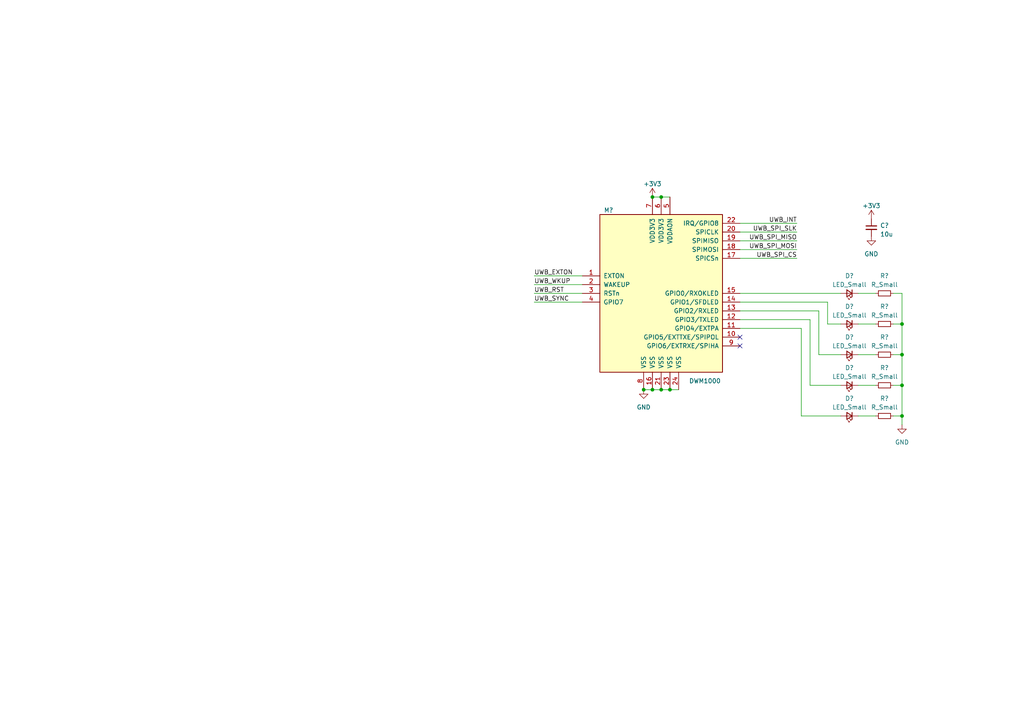
<source format=kicad_sch>
(kicad_sch (version 20210606) (generator eeschema)
  (paper "A4")
  (lib_symbols
    (symbol "Device:C_Small" (pin_numbers hide) (pin_names (offset 0.254) hide)
      (property "Reference" "C" (at 0.254 1.778 0))
      (property "Value" "C_Small" (at 0.254 -2.032 0))
      (symbol "C_Small_0_1"
        (polyline (pts (xy -1.524 -0.508) (xy 1.524 -0.508)) (stroke (width 0.3302)))
        (polyline (pts (xy -1.524 0.508) (xy 1.524 0.508)) (stroke (width 0.3048)))
      )
      (symbol "C_Small_1_1"
        (pin passive line (at 0 2.54 270) (length 2.032) (name "~") (number "1"))
        (pin passive line (at 0 -2.54 90) (length 2.032) (name "~") (number "2"))
      )
    )
    (symbol "Device:LED_Small" (pin_numbers hide) (pin_names (offset 0.254) hide)
      (property "Reference" "D" (at -1.27 3.175 0))
      (property "Value" "LED_Small" (at -4.445 -2.54 0))
      (symbol "LED_Small_0_1"
        (polyline (pts (xy -0.762 -1.016) (xy -0.762 1.016)) (stroke (width 0.254)))
        (polyline (pts (xy 1.016 0) (xy -0.762 0)))
        (polyline (pts (xy 0.762 -1.016) (xy -0.762 0) (xy 0.762 1.016) (xy 0.762 -1.016)) (stroke (width 0.254)))
        (polyline (pts (xy 0 0.762) (xy -0.508 1.27) (xy -0.254 1.27) (xy -0.508 1.27) (xy -0.508 1.016)))
        (polyline (pts (xy 0.508 1.27) (xy 0 1.778) (xy 0.254 1.778) (xy 0 1.778) (xy 0 1.524)))
      )
      (symbol "LED_Small_1_1"
        (pin passive line (at -2.54 0 0) (length 1.778) (name "K") (number "1"))
        (pin passive line (at 2.54 0 180) (length 1.778) (name "A") (number "2"))
      )
    )
    (symbol "Device:R_Small" (pin_numbers hide) (pin_names (offset 0.254) hide)
      (property "Reference" "R" (at 0.762 0.508 0))
      (property "Value" "R_Small" (at 0.762 -1.016 0))
      (symbol "R_Small_0_1"
        (rectangle (start -0.762 1.778) (end 0.762 -1.778) (stroke (width 0.2032)))
      )
      (symbol "R_Small_1_1"
        (pin passive line (at 0 2.54 270) (length 0.762) (name "~") (number "1"))
        (pin passive line (at 0 -2.54 90) (length 0.762) (name "~") (number "2"))
      )
    )
    (symbol "RF_Module:DWM1000" (pin_names (offset 1.016))
      (property "Reference" "DWM" (at 7.62 25.4 0))
      (property "Value" "DWM1000" (at 1.27 3.81 0))
      (symbol "DWM1000_0_1"
        (rectangle (start 17.78 22.86) (end -17.78 -22.86) (stroke (width 0.254)) (fill (type background)))
      )
      (symbol "DWM1000_1_1"
        (pin output line (at -22.86 5.08 0) (length 5.08) (name "EXTON") (number "1"))
        (pin bidirectional line (at 22.86 -12.7 180) (length 5.08) (name "GPIO5/EXTTXE/SPIPOL") (number "10"))
        (pin bidirectional line (at 22.86 -10.16 180) (length 5.08) (name "GPIO4/EXTPA") (number "11"))
        (pin bidirectional line (at 22.86 -7.62 180) (length 5.08) (name "GPIO3/TXLED") (number "12"))
        (pin bidirectional line (at 22.86 -5.08 180) (length 5.08) (name "GPIO2/RXLED") (number "13"))
        (pin bidirectional line (at 22.86 -2.54 180) (length 5.08) (name "GPIO1/SFDLED") (number "14"))
        (pin bidirectional line (at 22.86 0 180) (length 5.08) (name "GPIO0/RXOKLED") (number "15"))
        (pin power_in line (at -2.54 -27.94 90) (length 5.08) (name "VSS") (number "16"))
        (pin input line (at 22.86 10.16 180) (length 5.08) (name "SPICSn") (number "17"))
        (pin input line (at 22.86 12.7 180) (length 5.08) (name "SPIMOSI") (number "18"))
        (pin output line (at 22.86 15.24 180) (length 5.08) (name "SPIMISO") (number "19"))
        (pin bidirectional line (at -22.86 2.54 0) (length 5.08) (name "WAKEUP") (number "2"))
        (pin input line (at 22.86 17.78 180) (length 5.08) (name "SPICLK") (number "20"))
        (pin power_in line (at 0 -27.94 90) (length 5.08) (name "VSS") (number "21"))
        (pin bidirectional line (at 22.86 20.32 180) (length 5.08) (name "IRQ/GPIO8") (number "22"))
        (pin power_in line (at 2.54 -27.94 90) (length 5.08) (name "VSS") (number "23"))
        (pin power_in line (at 5.08 -27.94 90) (length 5.08) (name "VSS") (number "24"))
        (pin bidirectional line (at -22.86 0 0) (length 5.08) (name "RSTn") (number "3"))
        (pin bidirectional line (at -22.86 -2.54 0) (length 5.08) (name "GPIO7") (number "4"))
        (pin power_in line (at 2.54 27.94 270) (length 5.08) (name "VDDAON") (number "5"))
        (pin power_in line (at 0 27.94 270) (length 5.08) (name "VDD3V3") (number "6"))
        (pin power_in line (at -2.54 27.94 270) (length 5.08) (name "VDD3V3") (number "7"))
        (pin power_in line (at -5.08 -27.94 90) (length 5.08) (name "VSS") (number "8"))
        (pin bidirectional line (at 22.86 -15.24 180) (length 5.08) (name "GPIO6/EXTRXE/SPIHA") (number "9"))
      )
    )
    (symbol "power:+3V3" (power) (pin_names (offset 0))
      (property "Value" "+3V3" (at 0 3.556 0))
      (symbol "+3V3_0_1"
        (polyline (pts (xy -0.762 1.27) (xy 0 2.54)))
        (polyline (pts (xy 0 0) (xy 0 2.54)))
        (polyline (pts (xy 0 2.54) (xy 0.762 1.27)))
      )
      (symbol "+3V3_1_1"
        (pin power_in line (at 0 0 90) (length 0) hide (name "+3V3") (number "1"))
      )
    )
    (symbol "power:GND" (power) (pin_names (offset 0))
      (property "Value" "GND" (at 0 -3.81 0))
      (symbol "GND_0_1"
        (polyline (pts (xy 0 0) (xy 0 -1.27) (xy 1.27 -1.27) (xy 0 -2.54) (xy -1.27 -1.27) (xy 0 -1.27)))
      )
      (symbol "GND_1_1"
        (pin power_in line (at 0 0 270) (length 0) hide (name "GND") (number "1"))
      )
    )
  )
  (junction (at 186.69 113.03) (diameter 0.9144))
  (junction (at 189.23 57.15) (diameter 0.9144))
  (junction (at 189.23 113.03) (diameter 0.9144))
  (junction (at 191.77 57.15) (diameter 0.9144))
  (junction (at 191.77 113.03) (diameter 0.9144))
  (junction (at 194.31 113.03) (diameter 0.9144))
  (junction (at 261.62 93.98) (diameter 0.9144))
  (junction (at 261.62 102.87) (diameter 0.9144))
  (junction (at 261.62 111.76) (diameter 0.9144))
  (junction (at 261.62 120.65) (diameter 0.9144))
  (no_connect (at 214.63 97.79))
  (no_connect (at 214.63 100.33))
  (wire (pts (xy 154.94 80.01) (xy 168.91 80.01)))
  (wire (pts (xy 154.94 82.55) (xy 168.91 82.55)))
  (wire (pts (xy 154.94 85.09) (xy 168.91 85.09)))
  (wire (pts (xy 154.94 87.63) (xy 168.91 87.63)))
  (wire (pts (xy 186.69 113.03) (xy 189.23 113.03)))
  (wire (pts (xy 189.23 57.15) (xy 191.77 57.15)))
  (wire (pts (xy 189.23 113.03) (xy 191.77 113.03)))
  (wire (pts (xy 191.77 57.15) (xy 194.31 57.15)))
  (wire (pts (xy 191.77 113.03) (xy 194.31 113.03)))
  (wire (pts (xy 194.31 113.03) (xy 196.85 113.03)))
  (wire (pts (xy 214.63 64.77) (xy 231.14 64.77)))
  (wire (pts (xy 214.63 67.31) (xy 231.14 67.31)))
  (wire (pts (xy 214.63 69.85) (xy 231.14 69.85)))
  (wire (pts (xy 214.63 72.39) (xy 231.14 72.39)))
  (wire (pts (xy 214.63 74.93) (xy 231.14 74.93)))
  (wire (pts (xy 214.63 85.09) (xy 243.84 85.09)))
  (wire (pts (xy 214.63 87.63) (xy 240.03 87.63)))
  (wire (pts (xy 214.63 90.17) (xy 237.49 90.17)))
  (wire (pts (xy 214.63 92.71) (xy 234.95 92.71)))
  (wire (pts (xy 214.63 95.25) (xy 232.41 95.25)))
  (wire (pts (xy 232.41 95.25) (xy 232.41 120.65)))
  (wire (pts (xy 232.41 120.65) (xy 243.84 120.65)))
  (wire (pts (xy 234.95 92.71) (xy 234.95 111.76)))
  (wire (pts (xy 234.95 111.76) (xy 243.84 111.76)))
  (wire (pts (xy 237.49 90.17) (xy 237.49 102.87)))
  (wire (pts (xy 237.49 102.87) (xy 243.84 102.87)))
  (wire (pts (xy 240.03 87.63) (xy 240.03 93.98)))
  (wire (pts (xy 240.03 93.98) (xy 243.84 93.98)))
  (wire (pts (xy 248.92 85.09) (xy 254 85.09)))
  (wire (pts (xy 248.92 93.98) (xy 254 93.98)))
  (wire (pts (xy 248.92 102.87) (xy 254 102.87)))
  (wire (pts (xy 248.92 111.76) (xy 254 111.76)))
  (wire (pts (xy 248.92 120.65) (xy 254 120.65)))
  (wire (pts (xy 259.08 93.98) (xy 261.62 93.98)))
  (wire (pts (xy 259.08 102.87) (xy 261.62 102.87)))
  (wire (pts (xy 259.08 111.76) (xy 261.62 111.76)))
  (wire (pts (xy 259.08 120.65) (xy 261.62 120.65)))
  (wire (pts (xy 261.62 85.09) (xy 259.08 85.09)))
  (wire (pts (xy 261.62 93.98) (xy 261.62 85.09)))
  (wire (pts (xy 261.62 102.87) (xy 261.62 93.98)))
  (wire (pts (xy 261.62 111.76) (xy 261.62 102.87)))
  (wire (pts (xy 261.62 120.65) (xy 261.62 111.76)))
  (wire (pts (xy 261.62 123.19) (xy 261.62 120.65)))
  (label "UWB_EXTON" (at 154.94 80.01 0))
  (label "UWB_WKUP" (at 154.94 82.55 0))
  (label "UWB_RST" (at 154.94 85.09 0))
  (label "UWB_SYNC" (at 154.94 87.63 0))
  (label "UWB_INT" (at 231.14 64.77 180))
  (label "UWB_SPI_SLK" (at 231.14 67.31 180))
  (label "UWB_SPI_MISO" (at 231.14 69.85 180))
  (label "UWB_SPI_MOSI" (at 231.14 72.39 180))
  (label "UWB_SPI_CS" (at 231.14 74.93 180))
  (symbol (lib_id "power:+3V3") (at 189.23 57.15 0) (unit 1)
    (property "Reference" "#PWR?" (effects hide))
    (property "Value" "+3V3" (at 189.23 53.34 0))
  )
  (symbol (lib_id "power:+3V3") (at 252.73 63.5 0) (unit 1)
    (property "Reference" "#PWR?" (effects hide))
    (property "Value" "+3V3" (at 252.73 59.69 0))
  )
  (symbol (lib_id "power:GND") (at 186.69 113.03 0) (unit 1)
    (property "Reference" "#PWR?" (effects hide))
    (property "Value" "GND" (at 186.69 118.11 0))
  )
  (symbol (lib_id "power:GND") (at 252.73 68.58 0) (unit 1)
    (property "Reference" "#PWR?" (effects hide))
    (property "Value" "GND" (at 252.73 73.66 0))
  )
  (symbol (lib_id "power:GND") (at 261.62 123.19 0) (unit 1)
    (property "Reference" "#PWR?" (effects hide))
    (property "Value" "GND" (at 261.62 128.27 0))
  )
  (symbol (lib_id "Device:R_Small") (at 256.54 85.09 90) (unit 1)
    (property "Reference" "R?" (at 256.54 80.01 90))
    (property "Value" "R_Small" (at 256.54 82.55 90))
  )
  (symbol (lib_id "Device:R_Small") (at 256.54 93.98 90) (unit 1)
    (property "Reference" "R?" (at 256.54 88.9 90))
    (property "Value" "R_Small" (at 256.54 91.44 90))
  )
  (symbol (lib_id "Device:R_Small") (at 256.54 102.87 90) (unit 1)
    (property "Reference" "R?" (at 256.54 97.79 90))
    (property "Value" "R_Small" (at 256.54 100.33 90))
  )
  (symbol (lib_id "Device:R_Small") (at 256.54 111.76 90) (unit 1)
    (property "Reference" "R?" (at 256.54 106.68 90))
    (property "Value" "R_Small" (at 256.54 109.22 90))
  )
  (symbol (lib_id "Device:R_Small") (at 256.54 120.65 90) (unit 1)
    (property "Reference" "R?" (at 256.54 115.57 90))
    (property "Value" "R_Small" (at 256.54 118.11 90))
  )
  (symbol (lib_id "Device:LED_Small") (at 246.38 85.09 180) (unit 1)
    (property "Reference" "D?" (at 246.38 80.01 0))
    (property "Value" "LED_Small" (at 246.38 82.55 0))
  )
  (symbol (lib_id "Device:LED_Small") (at 246.38 93.98 180) (unit 1)
    (property "Reference" "D?" (at 246.38 88.9 0))
    (property "Value" "LED_Small" (at 246.38 91.44 0))
  )
  (symbol (lib_id "Device:LED_Small") (at 246.38 102.87 180) (unit 1)
    (property "Reference" "D?" (at 246.38 97.79 0))
    (property "Value" "LED_Small" (at 246.38 100.33 0))
  )
  (symbol (lib_id "Device:LED_Small") (at 246.38 111.76 180) (unit 1)
    (property "Reference" "D?" (at 246.38 106.68 0))
    (property "Value" "LED_Small" (at 246.38 109.22 0))
  )
  (symbol (lib_id "Device:LED_Small") (at 246.38 120.65 180) (unit 1)
    (property "Reference" "D?" (at 246.38 115.57 0))
    (property "Value" "LED_Small" (at 246.38 118.11 0))
  )
  (symbol (lib_id "Device:C_Small") (at 252.73 66.04 0) (unit 1)
    (property "Reference" "C?" (at 255.27 65.4049 0) (effects (justify left)))
    (property "Value" "10u" (at 255.27 67.9449 0) (effects (justify left)))
  )
  (symbol (lib_id "RF_Module:DWM1000") (at 191.77 85.09 0) (unit 1)
    (property "Reference" "M?" (at 176.53 60.96 0))
    (property "Value" "DWM1000" (at 204.47 110.49 0))
    (property "Footprint" "RF_Module:DWM1000" (effects hide))
    (property "Datasheet" "https://www.decawave.com/sites/default/files/resources/dwm1000-datasheet-v1.3.pdf" (effects hide))
  )
)
</source>
